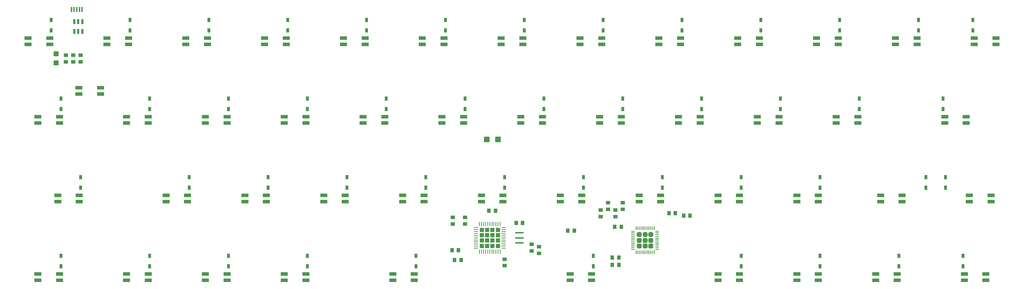
<source format=gbr>
%TF.GenerationSoftware,KiCad,Pcbnew,(6.0.1)*%
%TF.CreationDate,2022-02-20T07:15:50+01:00*%
%TF.ProjectId,atom47-rev5,61746f6d-3437-42d7-9265-76352e6b6963,rev?*%
%TF.SameCoordinates,Original*%
%TF.FileFunction,Paste,Bot*%
%TF.FilePolarity,Positive*%
%FSLAX46Y46*%
G04 Gerber Fmt 4.6, Leading zero omitted, Abs format (unit mm)*
G04 Created by KiCad (PCBNEW (6.0.1)) date 2022-02-20 07:15:50*
%MOMM*%
%LPD*%
G01*
G04 APERTURE LIST*
G04 Aperture macros list*
%AMRoundRect*
0 Rectangle with rounded corners*
0 $1 Rounding radius*
0 $2 $3 $4 $5 $6 $7 $8 $9 X,Y pos of 4 corners*
0 Add a 4 corners polygon primitive as box body*
4,1,4,$2,$3,$4,$5,$6,$7,$8,$9,$2,$3,0*
0 Add four circle primitives for the rounded corners*
1,1,$1+$1,$2,$3*
1,1,$1+$1,$4,$5*
1,1,$1+$1,$6,$7*
1,1,$1+$1,$8,$9*
0 Add four rect primitives between the rounded corners*
20,1,$1+$1,$2,$3,$4,$5,0*
20,1,$1+$1,$4,$5,$6,$7,0*
20,1,$1+$1,$6,$7,$8,$9,0*
20,1,$1+$1,$8,$9,$2,$3,0*%
G04 Aperture macros list end*
%ADD10R,0.700000X1.000000*%
%ADD11R,1.800000X0.900000*%
%ADD12R,0.400000X1.250000*%
%ADD13R,0.600000X1.200000*%
%ADD14R,2.000000X0.400000*%
%ADD15R,1.000000X0.900000*%
%ADD16RoundRect,0.250000X0.315000X0.315000X-0.315000X0.315000X-0.315000X-0.315000X0.315000X-0.315000X0*%
%ADD17RoundRect,0.050000X0.375000X0.050000X-0.375000X0.050000X-0.375000X-0.050000X0.375000X-0.050000X0*%
%ADD18RoundRect,0.050000X0.050000X0.375000X-0.050000X0.375000X-0.050000X-0.375000X0.050000X-0.375000X0*%
%ADD19R,0.900000X1.000000*%
%ADD20RoundRect,0.062500X-0.475000X0.062500X-0.475000X-0.062500X0.475000X-0.062500X0.475000X0.062500X0*%
%ADD21RoundRect,0.062500X-0.062500X0.475000X-0.062500X-0.475000X0.062500X-0.475000X0.062500X0.475000X0*%
%ADD22RoundRect,0.250000X-0.275000X0.275000X-0.275000X-0.275000X0.275000X-0.275000X0.275000X0.275000X0*%
%ADD23R,1.300000X1.200000*%
%ADD24RoundRect,0.250000X0.450000X0.425000X-0.450000X0.425000X-0.450000X-0.425000X0.450000X-0.425000X0*%
G04 APERTURE END LIST*
D10*
X217289245Y-69115674D03*
X217289245Y-66615674D03*
X232767383Y-69115674D03*
X232767383Y-66615674D03*
X100607897Y-69115674D03*
X100607897Y-66615674D03*
X179189213Y-69115674D03*
X179189213Y-66615674D03*
X74414125Y-69115674D03*
X74414125Y-66615674D03*
X198239229Y-69115674D03*
X198239229Y-66615674D03*
X143470433Y-69115674D03*
X143470433Y-66615674D03*
X160139197Y-50065658D03*
X160139197Y-47565658D03*
X36314093Y-69115674D03*
X36314093Y-66615674D03*
X14882825Y-69115674D03*
X14882825Y-66615674D03*
X141089181Y-50065658D03*
X141089181Y-47565658D03*
X228599992Y-50065658D03*
X228599992Y-47565658D03*
X223837688Y-50065658D03*
X223837688Y-47565658D03*
X198239229Y-50065658D03*
X198239229Y-47565658D03*
X179189213Y-50065658D03*
X179189213Y-47565658D03*
X122039165Y-50065658D03*
X122039165Y-47565658D03*
X83939133Y-50065658D03*
X83939133Y-47565658D03*
X64889117Y-50065658D03*
X64889117Y-47565658D03*
X69651621Y-11965626D03*
X69651621Y-9465626D03*
X228004879Y-31015642D03*
X228004879Y-28515642D03*
X188714221Y-31015642D03*
X188714221Y-28515642D03*
X12501565Y-11965618D03*
X12501565Y-9465618D03*
X169664205Y-31015642D03*
X169664205Y-28515642D03*
X203001733Y-11965626D03*
X203001733Y-9465626D03*
X150614189Y-31015642D03*
X150614189Y-28515642D03*
X131564173Y-31015642D03*
X131564173Y-28515642D03*
X145851685Y-11965626D03*
X145851685Y-9465626D03*
X88701637Y-11965626D03*
X88701637Y-9465626D03*
X55364109Y-31015642D03*
X55364109Y-28515642D03*
X36314093Y-31015642D03*
X36314093Y-28515642D03*
X126801669Y-11965626D03*
X126801669Y-9465626D03*
X93464141Y-31015642D03*
X93464141Y-28515642D03*
X235148635Y-11965626D03*
X235148635Y-9465626D03*
X74414125Y-31015642D03*
X74414125Y-28515642D03*
X164901701Y-11965626D03*
X164901701Y-9465626D03*
X50601605Y-11965626D03*
X50601605Y-9465626D03*
X55364109Y-69115674D03*
X55364109Y-66615674D03*
X183951717Y-11965626D03*
X183951717Y-9465626D03*
X207764237Y-31015642D03*
X207764237Y-28515642D03*
X112514157Y-31015642D03*
X112514157Y-28515642D03*
X14882825Y-31015642D03*
X14882825Y-28515642D03*
X107751653Y-11965626D03*
X107751653Y-9465626D03*
X222051749Y-11965626D03*
X222051749Y-9465626D03*
X102989149Y-50065658D03*
X102989149Y-47565658D03*
X19645329Y-50065658D03*
X19645329Y-47565658D03*
X45839101Y-50065658D03*
X45839101Y-47565658D03*
X31551589Y-11965626D03*
X31551589Y-9465626D03*
D11*
X137893750Y-71005000D03*
X137893750Y-72505000D03*
X143093750Y-71005000D03*
X143093750Y-72505000D03*
X83125000Y-13855000D03*
X83125000Y-15355000D03*
X88325000Y-13855000D03*
X88325000Y-15355000D03*
X87887500Y-32905000D03*
X87887500Y-34405000D03*
X93087500Y-32905000D03*
X93087500Y-34405000D03*
X183137500Y-32905000D03*
X183137500Y-34405000D03*
X188337500Y-32905000D03*
X188337500Y-34405000D03*
X9306250Y-32905000D03*
X9306250Y-34405000D03*
X14506250Y-32905000D03*
X14506250Y-34405000D03*
X116462500Y-51955000D03*
X116462500Y-53455000D03*
X121662500Y-51955000D03*
X121662500Y-53455000D03*
X211712500Y-71005000D03*
X211712500Y-72505000D03*
X216912500Y-71005000D03*
X216912500Y-72505000D03*
X97412500Y-51955000D03*
X97412500Y-53455000D03*
X102612500Y-51955000D03*
X102612500Y-53455000D03*
X14068750Y-51955000D03*
X14068750Y-53455000D03*
X19268750Y-51955000D03*
X19268750Y-53455000D03*
X40262500Y-51955000D03*
X40262500Y-53455000D03*
X45462500Y-51955000D03*
X45462500Y-53455000D03*
X234334392Y-51955000D03*
X234334392Y-53455000D03*
X239534392Y-51955000D03*
X239534392Y-53455000D03*
X49787500Y-32905000D03*
X49787500Y-34405000D03*
X54987500Y-32905000D03*
X54987500Y-34405000D03*
X233143750Y-71005000D03*
X233143750Y-72505000D03*
X238343750Y-71005000D03*
X238343750Y-72505000D03*
X145037500Y-32905000D03*
X145037500Y-34405000D03*
X150237500Y-32905000D03*
X150237500Y-34405000D03*
X154562500Y-51955000D03*
X154562500Y-53455000D03*
X159762500Y-51955000D03*
X159762500Y-53455000D03*
X78362500Y-51955000D03*
X78362500Y-53455000D03*
X83562500Y-51955000D03*
X83562500Y-53455000D03*
X192662500Y-71005000D03*
X192662500Y-72505000D03*
X197862500Y-71005000D03*
X197862500Y-72505000D03*
X30737500Y-71005000D03*
X30737500Y-72505000D03*
X35937500Y-71005000D03*
X35937500Y-72505000D03*
X68837500Y-32905000D03*
X68837500Y-34405000D03*
X74037500Y-32905000D03*
X74037500Y-34405000D03*
X173612500Y-51955000D03*
X173612500Y-53455000D03*
X178812500Y-51955000D03*
X178812500Y-53455000D03*
X125987500Y-32905000D03*
X125987500Y-34405000D03*
X131187500Y-32905000D03*
X131187500Y-34405000D03*
X235525000Y-13855000D03*
X235525000Y-15355000D03*
X240725000Y-13855000D03*
X240725000Y-15355000D03*
X106937500Y-32905000D03*
X106937500Y-34405000D03*
X112137500Y-32905000D03*
X112137500Y-34405000D03*
X228381250Y-32905000D03*
X228381250Y-34405000D03*
X233581250Y-32905000D03*
X233581250Y-34405000D03*
X216475000Y-13855000D03*
X216475000Y-15355000D03*
X221675000Y-13855000D03*
X221675000Y-15355000D03*
X135512500Y-51955000D03*
X135512500Y-53455000D03*
X140712500Y-51955000D03*
X140712500Y-53455000D03*
X173612500Y-71005000D03*
X173612500Y-72505000D03*
X178812500Y-71005000D03*
X178812500Y-72505000D03*
X212903124Y-51955000D03*
X212903124Y-53455000D03*
X218103124Y-51955000D03*
X218103124Y-53455000D03*
X102175000Y-13855000D03*
X102175000Y-15355000D03*
X107375000Y-13855000D03*
X107375000Y-15355000D03*
X197425000Y-13855000D03*
X197425000Y-15355000D03*
X202625000Y-13855000D03*
X202625000Y-15355000D03*
X159325000Y-13855000D03*
X159325000Y-15355000D03*
X164525000Y-13855000D03*
X164525000Y-15355000D03*
X45025000Y-13855000D03*
X45025000Y-15355000D03*
X50225000Y-13855000D03*
X50225000Y-15355000D03*
X192662500Y-51955000D03*
X192662500Y-53455000D03*
X197862500Y-51955000D03*
X197862500Y-53455000D03*
X25975000Y-13855000D03*
X25975000Y-15355000D03*
X31175000Y-13855000D03*
X31175000Y-15355000D03*
X164087500Y-32905000D03*
X164087500Y-34405000D03*
X169287500Y-32905000D03*
X169287500Y-34405000D03*
X202187500Y-32905000D03*
X202187500Y-34405000D03*
X207387500Y-32905000D03*
X207387500Y-34405000D03*
X59312500Y-51955000D03*
X59312500Y-53455000D03*
X64512500Y-51955000D03*
X64512500Y-53455000D03*
X9306250Y-71005000D03*
X9306250Y-72505000D03*
X14506250Y-71005000D03*
X14506250Y-72505000D03*
X178375000Y-13855000D03*
X178375000Y-15355000D03*
X183575000Y-13855000D03*
X183575000Y-15355000D03*
X64075000Y-13855000D03*
X64075000Y-15355000D03*
X69275000Y-13855000D03*
X69275000Y-15355000D03*
X68837500Y-71005000D03*
X68837500Y-72505000D03*
X74037500Y-71005000D03*
X74037500Y-72505000D03*
X49787500Y-71005000D03*
X49787500Y-72505000D03*
X54987500Y-71005000D03*
X54987500Y-72505000D03*
X95031250Y-71005000D03*
X95031250Y-72505000D03*
X100231250Y-71005000D03*
X100231250Y-72505000D03*
X121225000Y-13855000D03*
X121225000Y-15355000D03*
X126425000Y-13855000D03*
X126425000Y-15355000D03*
X30737500Y-32905000D03*
X30737500Y-34405000D03*
X35937500Y-32905000D03*
X35937500Y-34405000D03*
X6925000Y-13855000D03*
X6925000Y-15355000D03*
X12125000Y-13855000D03*
X12125000Y-15355000D03*
X19225000Y-25850000D03*
X19225000Y-27350000D03*
X24425000Y-25850000D03*
X24425000Y-27350000D03*
X140275000Y-13855000D03*
X140275000Y-15355000D03*
X145475000Y-13855000D03*
X145475000Y-15355000D03*
D12*
X17375000Y-6875000D03*
X18025000Y-6875000D03*
X18675000Y-6875000D03*
X19325000Y-6875000D03*
X19975000Y-6875000D03*
D13*
X18100008Y-9883122D03*
X19050008Y-9883122D03*
X20000008Y-9883122D03*
X20000008Y-12183122D03*
X19050008Y-12183122D03*
X18100008Y-12183122D03*
D14*
X125611035Y-63430040D03*
X125611035Y-61030040D03*
X125611035Y-62230040D03*
D15*
X16073443Y-19559691D03*
X16073443Y-17984691D03*
X19645321Y-17984691D03*
X19645321Y-19559691D03*
D16*
X155971998Y-62825353D03*
X157371998Y-61425353D03*
X154571998Y-64225353D03*
X155971998Y-61425353D03*
X154571998Y-62825353D03*
X157371998Y-64225353D03*
X154571998Y-61425353D03*
X157371998Y-62825353D03*
X155971998Y-64225353D03*
D17*
X158921998Y-60625353D03*
X158921998Y-61025353D03*
X158921998Y-61425353D03*
X158921998Y-61825353D03*
X158921998Y-62225353D03*
X158921998Y-62625353D03*
X158921998Y-63025353D03*
X158921998Y-63425353D03*
X158921998Y-63825353D03*
X158921998Y-64225353D03*
X158921998Y-64625353D03*
X158921998Y-65025353D03*
D18*
X158171998Y-65775353D03*
X157771998Y-65775353D03*
X157371998Y-65775353D03*
X156971998Y-65775353D03*
X156571998Y-65775353D03*
X156171998Y-65775353D03*
X155771998Y-65775353D03*
X155371998Y-65775353D03*
X154971998Y-65775353D03*
X154571998Y-65775353D03*
X154171998Y-65775353D03*
X153771998Y-65775353D03*
D17*
X153021998Y-65025353D03*
X153021998Y-64625353D03*
X153021998Y-64225353D03*
X153021998Y-63825353D03*
X153021998Y-63425353D03*
X153021998Y-63025353D03*
X153021998Y-62625353D03*
X153021998Y-62225353D03*
X153021998Y-61825353D03*
X153021998Y-61425353D03*
X153021998Y-61025353D03*
X153021998Y-60625353D03*
D18*
X153771998Y-59875353D03*
X154171998Y-59875353D03*
X154571998Y-59875353D03*
X154971998Y-59875353D03*
X155371998Y-59875353D03*
X155771998Y-59875353D03*
X156171998Y-59875353D03*
X156571998Y-59875353D03*
X156971998Y-59875353D03*
X157371998Y-59875353D03*
X157771998Y-59875353D03*
X158171998Y-59875353D03*
D19*
X149615742Y-68778483D03*
X148040742Y-68778483D03*
D15*
X147042303Y-53703471D03*
X147042303Y-55278471D03*
X150614181Y-53703471D03*
X150614181Y-55278471D03*
D19*
X111515710Y-67587857D03*
X109940710Y-67587857D03*
X149615742Y-66992544D03*
X148040742Y-66992544D03*
X119850092Y-55681597D03*
X118275092Y-55681597D03*
D15*
X122039157Y-67395670D03*
X122039157Y-68970670D03*
D20*
X115129779Y-59730040D03*
X115129779Y-60230040D03*
X115129779Y-60730040D03*
X115129779Y-61230040D03*
X115129779Y-61730040D03*
X115129779Y-62230040D03*
X115129779Y-62730040D03*
X115129779Y-63230040D03*
X115129779Y-63730040D03*
X115129779Y-64230040D03*
X115129779Y-64730040D03*
D21*
X115967279Y-65567540D03*
X116467279Y-65567540D03*
X116967279Y-65567540D03*
X117467279Y-65567540D03*
X117967279Y-65567540D03*
X118467279Y-65567540D03*
X118967279Y-65567540D03*
X119467279Y-65567540D03*
X119967279Y-65567540D03*
X120467279Y-65567540D03*
X120967279Y-65567540D03*
D20*
X121804779Y-64730040D03*
X121804779Y-64230040D03*
X121804779Y-63730040D03*
X121804779Y-63230040D03*
X121804779Y-62730040D03*
X121804779Y-62230040D03*
X121804779Y-61730040D03*
X121804779Y-61230040D03*
X121804779Y-60730040D03*
X121804779Y-60230040D03*
X121804779Y-59730040D03*
D21*
X120967279Y-58892540D03*
X120467279Y-58892540D03*
X119967279Y-58892540D03*
X119467279Y-58892540D03*
X118967279Y-58892540D03*
X118467279Y-58892540D03*
X117967279Y-58892540D03*
X117467279Y-58892540D03*
X116967279Y-58892540D03*
X116467279Y-58892540D03*
X115967279Y-58892540D03*
D22*
X117817279Y-62880040D03*
X120417279Y-60280040D03*
X116517279Y-60280040D03*
X117817279Y-64180040D03*
X120417279Y-62880040D03*
X119117279Y-64180040D03*
X120417279Y-64180040D03*
X117817279Y-60280040D03*
X116517279Y-61580040D03*
X119117279Y-62880040D03*
X119117279Y-61580040D03*
X120417279Y-61580040D03*
X117817279Y-61580040D03*
X116517279Y-64180040D03*
X116517279Y-62880040D03*
X119117279Y-60280040D03*
D15*
X130373539Y-64419105D03*
X130373539Y-65994105D03*
D23*
X13692191Y-19872191D03*
X13692191Y-17672191D03*
D19*
X110920397Y-65206605D03*
X109345397Y-65206605D03*
D15*
X128587600Y-63823792D03*
X128587600Y-65398792D03*
D19*
X126398535Y-58658162D03*
X124823535Y-58658162D03*
X138900108Y-60444101D03*
X137325108Y-60444101D03*
D15*
X148828242Y-57064410D03*
X148828242Y-55489410D03*
D19*
X148635863Y-59531260D03*
X150210863Y-59531260D03*
X161732941Y-56276910D03*
X163307941Y-56276910D03*
D15*
X145256364Y-57064410D03*
X145256364Y-55489410D03*
X17859382Y-17984691D03*
X17859382Y-19559691D03*
D24*
X120412592Y-38417520D03*
X117712592Y-38417520D03*
D15*
X109537584Y-57275349D03*
X109537584Y-58850349D03*
D19*
X165304819Y-56872223D03*
X166879819Y-56872223D03*
D15*
X112514149Y-57275349D03*
X112514149Y-58850349D03*
M02*

</source>
